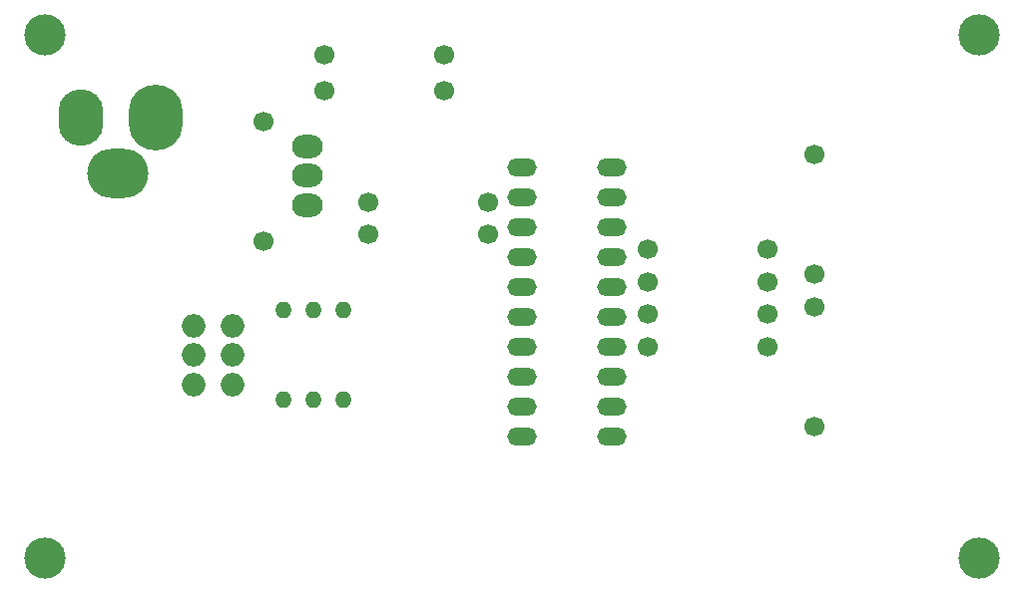
<source format=gts>
G04 #@! TF.GenerationSoftware,KiCad,Pcbnew,(5.1.5-0-10_14)*
G04 #@! TF.CreationDate,2020-05-20T11:48:18+12:00*
G04 #@! TF.ProjectId,audio-amplifier,61756469-6f2d-4616-9d70-6c6966696572,B*
G04 #@! TF.SameCoordinates,Original*
G04 #@! TF.FileFunction,Soldermask,Top*
G04 #@! TF.FilePolarity,Negative*
%FSLAX46Y46*%
G04 Gerber Fmt 4.6, Leading zero omitted, Abs format (unit mm)*
G04 Created by KiCad (PCBNEW (5.1.5-0-10_14)) date 2020-05-20 11:48:18*
%MOMM*%
%LPD*%
G04 APERTURE LIST*
%ADD10O,3.800000X4.800000*%
%ADD11O,4.600000X5.600000*%
%ADD12O,5.200000X4.200000*%
%ADD13O,2.000000X2.000000*%
%ADD14O,2.500000X1.500000*%
%ADD15C,3.500000*%
%ADD16O,2.600000X2.000000*%
%ADD17C,1.700000*%
%ADD18O,1.400000X1.400000*%
G04 APERTURE END LIST*
D10*
X38800000Y-48100000D03*
D11*
X45100000Y-48100000D03*
D12*
X41950000Y-52800000D03*
D13*
X48350000Y-70750000D03*
X48350000Y-68250000D03*
X48350000Y-65750000D03*
X51650000Y-70750000D03*
X51650000Y-68250000D03*
X51650000Y-65750000D03*
D14*
X83800000Y-52320000D03*
X83800000Y-54860000D03*
X83800000Y-59940000D03*
X83800000Y-57400000D03*
X76180000Y-57400000D03*
X76180000Y-59940000D03*
X76180000Y-54860000D03*
X76180000Y-52320000D03*
X76180000Y-62480000D03*
X76180000Y-65020000D03*
X76180000Y-70100000D03*
X76180000Y-67560000D03*
X83800000Y-67560000D03*
X83800000Y-70100000D03*
X83800000Y-65020000D03*
X83800000Y-62480000D03*
X83800000Y-75180000D03*
X83800000Y-72640000D03*
X76180000Y-72640000D03*
X76180000Y-75180000D03*
D15*
X35750000Y-41000000D03*
X35750000Y-85500000D03*
X115000000Y-85500000D03*
X115000000Y-41000000D03*
D16*
X58000000Y-53000000D03*
X58000000Y-55500000D03*
X58000000Y-50500000D03*
D17*
X54250000Y-58580000D03*
X54250000Y-48420000D03*
X69580000Y-45750000D03*
X59420000Y-45750000D03*
X97080000Y-67500000D03*
X86920000Y-67500000D03*
X97080000Y-64750000D03*
X86920000Y-64750000D03*
X97080000Y-59250000D03*
X86920000Y-59250000D03*
X97080000Y-62000000D03*
X86920000Y-62000000D03*
X69580000Y-42750000D03*
X59420000Y-42750000D03*
X73330000Y-58000000D03*
X63170000Y-58000000D03*
X73330000Y-55250000D03*
X63170000Y-55250000D03*
X101000000Y-51170000D03*
X101000000Y-61330000D03*
X101000000Y-74330000D03*
X101000000Y-64170000D03*
D18*
X61040000Y-72060000D03*
X58500000Y-72060000D03*
X55960000Y-72060000D03*
X61040000Y-64440000D03*
X58500000Y-64440000D03*
X55960000Y-64440000D03*
M02*

</source>
